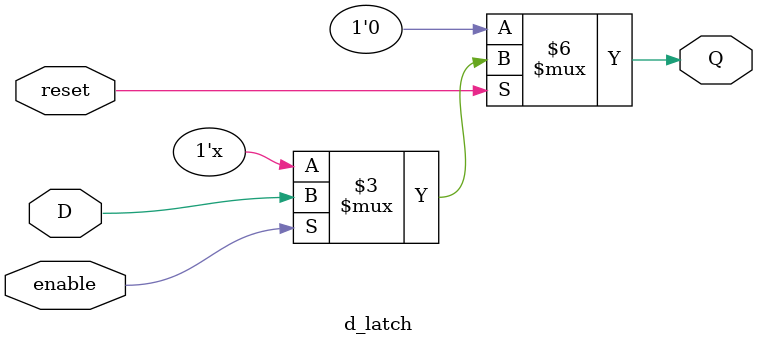
<source format=v>
module d_latch(D, enable, reset, Q);
  
  input D, enable, reset;
  
  output reg Q;
  
  always @(D or enable or reset)
  
  if (!reset)  // reset is active low
      Q <= 0;
  
  else
    
    if (enable)
    
    Q <= D;
  
    
  
endmodule
</source>
